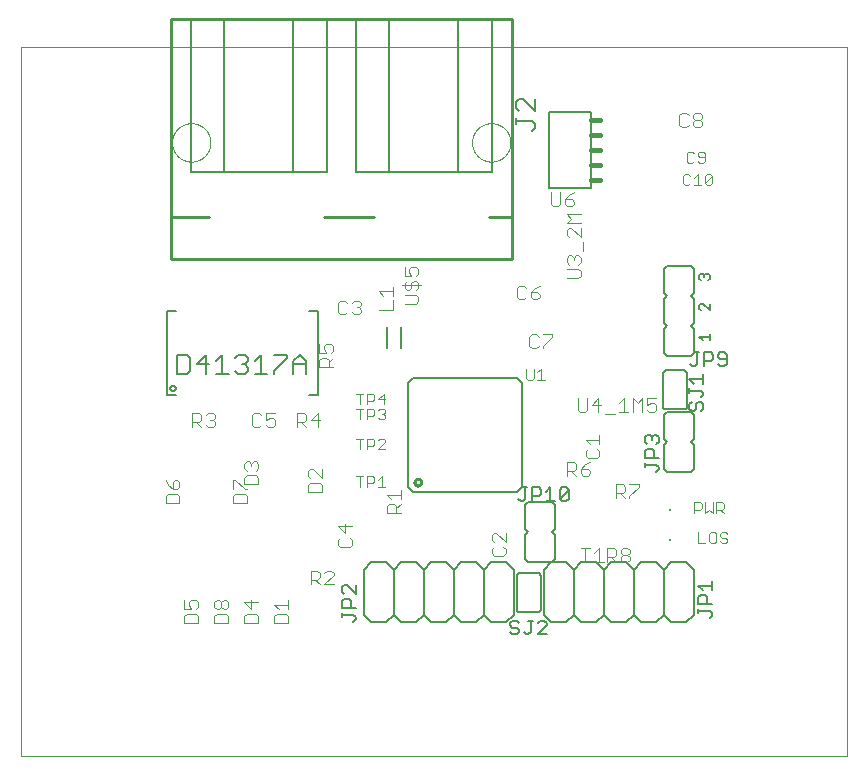
<source format=gto>
G75*
%MOIN*%
%OFA0B0*%
%FSLAX25Y25*%
%IPPOS*%
%LPD*%
%AMOC8*
5,1,8,0,0,1.08239X$1,22.5*
%
%ADD10C,0.00000*%
%ADD11C,0.00600*%
%ADD12C,0.00800*%
%ADD13C,0.01000*%
%ADD14C,0.00300*%
%ADD15C,0.00400*%
%ADD16C,0.00500*%
%ADD17C,0.01600*%
%ADD18R,0.00787X0.00787*%
D10*
X0001800Y0001800D02*
X0001800Y0238020D01*
X0277391Y0238020D01*
X0277391Y0001800D01*
X0001800Y0001800D01*
X0052270Y0206170D02*
X0052272Y0206330D01*
X0052278Y0206489D01*
X0052288Y0206648D01*
X0052302Y0206807D01*
X0052320Y0206966D01*
X0052341Y0207124D01*
X0052367Y0207281D01*
X0052397Y0207438D01*
X0052430Y0207594D01*
X0052468Y0207749D01*
X0052509Y0207903D01*
X0052554Y0208056D01*
X0052603Y0208208D01*
X0052656Y0208359D01*
X0052712Y0208508D01*
X0052773Y0208656D01*
X0052836Y0208802D01*
X0052904Y0208947D01*
X0052975Y0209090D01*
X0053049Y0209231D01*
X0053127Y0209370D01*
X0053209Y0209507D01*
X0053294Y0209642D01*
X0053382Y0209775D01*
X0053474Y0209906D01*
X0053568Y0210034D01*
X0053666Y0210160D01*
X0053767Y0210284D01*
X0053871Y0210405D01*
X0053978Y0210523D01*
X0054088Y0210639D01*
X0054201Y0210752D01*
X0054317Y0210862D01*
X0054435Y0210969D01*
X0054556Y0211073D01*
X0054680Y0211174D01*
X0054806Y0211272D01*
X0054934Y0211366D01*
X0055065Y0211458D01*
X0055198Y0211546D01*
X0055333Y0211631D01*
X0055470Y0211713D01*
X0055609Y0211791D01*
X0055750Y0211865D01*
X0055893Y0211936D01*
X0056038Y0212004D01*
X0056184Y0212067D01*
X0056332Y0212128D01*
X0056481Y0212184D01*
X0056632Y0212237D01*
X0056784Y0212286D01*
X0056937Y0212331D01*
X0057091Y0212372D01*
X0057246Y0212410D01*
X0057402Y0212443D01*
X0057559Y0212473D01*
X0057716Y0212499D01*
X0057874Y0212520D01*
X0058033Y0212538D01*
X0058192Y0212552D01*
X0058351Y0212562D01*
X0058510Y0212568D01*
X0058670Y0212570D01*
X0058830Y0212568D01*
X0058989Y0212562D01*
X0059148Y0212552D01*
X0059307Y0212538D01*
X0059466Y0212520D01*
X0059624Y0212499D01*
X0059781Y0212473D01*
X0059938Y0212443D01*
X0060094Y0212410D01*
X0060249Y0212372D01*
X0060403Y0212331D01*
X0060556Y0212286D01*
X0060708Y0212237D01*
X0060859Y0212184D01*
X0061008Y0212128D01*
X0061156Y0212067D01*
X0061302Y0212004D01*
X0061447Y0211936D01*
X0061590Y0211865D01*
X0061731Y0211791D01*
X0061870Y0211713D01*
X0062007Y0211631D01*
X0062142Y0211546D01*
X0062275Y0211458D01*
X0062406Y0211366D01*
X0062534Y0211272D01*
X0062660Y0211174D01*
X0062784Y0211073D01*
X0062905Y0210969D01*
X0063023Y0210862D01*
X0063139Y0210752D01*
X0063252Y0210639D01*
X0063362Y0210523D01*
X0063469Y0210405D01*
X0063573Y0210284D01*
X0063674Y0210160D01*
X0063772Y0210034D01*
X0063866Y0209906D01*
X0063958Y0209775D01*
X0064046Y0209642D01*
X0064131Y0209507D01*
X0064213Y0209370D01*
X0064291Y0209231D01*
X0064365Y0209090D01*
X0064436Y0208947D01*
X0064504Y0208802D01*
X0064567Y0208656D01*
X0064628Y0208508D01*
X0064684Y0208359D01*
X0064737Y0208208D01*
X0064786Y0208056D01*
X0064831Y0207903D01*
X0064872Y0207749D01*
X0064910Y0207594D01*
X0064943Y0207438D01*
X0064973Y0207281D01*
X0064999Y0207124D01*
X0065020Y0206966D01*
X0065038Y0206807D01*
X0065052Y0206648D01*
X0065062Y0206489D01*
X0065068Y0206330D01*
X0065070Y0206170D01*
X0065068Y0206010D01*
X0065062Y0205851D01*
X0065052Y0205692D01*
X0065038Y0205533D01*
X0065020Y0205374D01*
X0064999Y0205216D01*
X0064973Y0205059D01*
X0064943Y0204902D01*
X0064910Y0204746D01*
X0064872Y0204591D01*
X0064831Y0204437D01*
X0064786Y0204284D01*
X0064737Y0204132D01*
X0064684Y0203981D01*
X0064628Y0203832D01*
X0064567Y0203684D01*
X0064504Y0203538D01*
X0064436Y0203393D01*
X0064365Y0203250D01*
X0064291Y0203109D01*
X0064213Y0202970D01*
X0064131Y0202833D01*
X0064046Y0202698D01*
X0063958Y0202565D01*
X0063866Y0202434D01*
X0063772Y0202306D01*
X0063674Y0202180D01*
X0063573Y0202056D01*
X0063469Y0201935D01*
X0063362Y0201817D01*
X0063252Y0201701D01*
X0063139Y0201588D01*
X0063023Y0201478D01*
X0062905Y0201371D01*
X0062784Y0201267D01*
X0062660Y0201166D01*
X0062534Y0201068D01*
X0062406Y0200974D01*
X0062275Y0200882D01*
X0062142Y0200794D01*
X0062007Y0200709D01*
X0061870Y0200627D01*
X0061731Y0200549D01*
X0061590Y0200475D01*
X0061447Y0200404D01*
X0061302Y0200336D01*
X0061156Y0200273D01*
X0061008Y0200212D01*
X0060859Y0200156D01*
X0060708Y0200103D01*
X0060556Y0200054D01*
X0060403Y0200009D01*
X0060249Y0199968D01*
X0060094Y0199930D01*
X0059938Y0199897D01*
X0059781Y0199867D01*
X0059624Y0199841D01*
X0059466Y0199820D01*
X0059307Y0199802D01*
X0059148Y0199788D01*
X0058989Y0199778D01*
X0058830Y0199772D01*
X0058670Y0199770D01*
X0058510Y0199772D01*
X0058351Y0199778D01*
X0058192Y0199788D01*
X0058033Y0199802D01*
X0057874Y0199820D01*
X0057716Y0199841D01*
X0057559Y0199867D01*
X0057402Y0199897D01*
X0057246Y0199930D01*
X0057091Y0199968D01*
X0056937Y0200009D01*
X0056784Y0200054D01*
X0056632Y0200103D01*
X0056481Y0200156D01*
X0056332Y0200212D01*
X0056184Y0200273D01*
X0056038Y0200336D01*
X0055893Y0200404D01*
X0055750Y0200475D01*
X0055609Y0200549D01*
X0055470Y0200627D01*
X0055333Y0200709D01*
X0055198Y0200794D01*
X0055065Y0200882D01*
X0054934Y0200974D01*
X0054806Y0201068D01*
X0054680Y0201166D01*
X0054556Y0201267D01*
X0054435Y0201371D01*
X0054317Y0201478D01*
X0054201Y0201588D01*
X0054088Y0201701D01*
X0053978Y0201817D01*
X0053871Y0201935D01*
X0053767Y0202056D01*
X0053666Y0202180D01*
X0053568Y0202306D01*
X0053474Y0202434D01*
X0053382Y0202565D01*
X0053294Y0202698D01*
X0053209Y0202833D01*
X0053127Y0202970D01*
X0053049Y0203109D01*
X0052975Y0203250D01*
X0052904Y0203393D01*
X0052836Y0203538D01*
X0052773Y0203684D01*
X0052712Y0203832D01*
X0052656Y0203981D01*
X0052603Y0204132D01*
X0052554Y0204284D01*
X0052509Y0204437D01*
X0052468Y0204591D01*
X0052430Y0204746D01*
X0052397Y0204902D01*
X0052367Y0205059D01*
X0052341Y0205216D01*
X0052320Y0205374D01*
X0052302Y0205533D01*
X0052288Y0205692D01*
X0052278Y0205851D01*
X0052272Y0206010D01*
X0052270Y0206170D01*
X0152270Y0206170D02*
X0152272Y0206330D01*
X0152278Y0206489D01*
X0152288Y0206648D01*
X0152302Y0206807D01*
X0152320Y0206966D01*
X0152341Y0207124D01*
X0152367Y0207281D01*
X0152397Y0207438D01*
X0152430Y0207594D01*
X0152468Y0207749D01*
X0152509Y0207903D01*
X0152554Y0208056D01*
X0152603Y0208208D01*
X0152656Y0208359D01*
X0152712Y0208508D01*
X0152773Y0208656D01*
X0152836Y0208802D01*
X0152904Y0208947D01*
X0152975Y0209090D01*
X0153049Y0209231D01*
X0153127Y0209370D01*
X0153209Y0209507D01*
X0153294Y0209642D01*
X0153382Y0209775D01*
X0153474Y0209906D01*
X0153568Y0210034D01*
X0153666Y0210160D01*
X0153767Y0210284D01*
X0153871Y0210405D01*
X0153978Y0210523D01*
X0154088Y0210639D01*
X0154201Y0210752D01*
X0154317Y0210862D01*
X0154435Y0210969D01*
X0154556Y0211073D01*
X0154680Y0211174D01*
X0154806Y0211272D01*
X0154934Y0211366D01*
X0155065Y0211458D01*
X0155198Y0211546D01*
X0155333Y0211631D01*
X0155470Y0211713D01*
X0155609Y0211791D01*
X0155750Y0211865D01*
X0155893Y0211936D01*
X0156038Y0212004D01*
X0156184Y0212067D01*
X0156332Y0212128D01*
X0156481Y0212184D01*
X0156632Y0212237D01*
X0156784Y0212286D01*
X0156937Y0212331D01*
X0157091Y0212372D01*
X0157246Y0212410D01*
X0157402Y0212443D01*
X0157559Y0212473D01*
X0157716Y0212499D01*
X0157874Y0212520D01*
X0158033Y0212538D01*
X0158192Y0212552D01*
X0158351Y0212562D01*
X0158510Y0212568D01*
X0158670Y0212570D01*
X0158830Y0212568D01*
X0158989Y0212562D01*
X0159148Y0212552D01*
X0159307Y0212538D01*
X0159466Y0212520D01*
X0159624Y0212499D01*
X0159781Y0212473D01*
X0159938Y0212443D01*
X0160094Y0212410D01*
X0160249Y0212372D01*
X0160403Y0212331D01*
X0160556Y0212286D01*
X0160708Y0212237D01*
X0160859Y0212184D01*
X0161008Y0212128D01*
X0161156Y0212067D01*
X0161302Y0212004D01*
X0161447Y0211936D01*
X0161590Y0211865D01*
X0161731Y0211791D01*
X0161870Y0211713D01*
X0162007Y0211631D01*
X0162142Y0211546D01*
X0162275Y0211458D01*
X0162406Y0211366D01*
X0162534Y0211272D01*
X0162660Y0211174D01*
X0162784Y0211073D01*
X0162905Y0210969D01*
X0163023Y0210862D01*
X0163139Y0210752D01*
X0163252Y0210639D01*
X0163362Y0210523D01*
X0163469Y0210405D01*
X0163573Y0210284D01*
X0163674Y0210160D01*
X0163772Y0210034D01*
X0163866Y0209906D01*
X0163958Y0209775D01*
X0164046Y0209642D01*
X0164131Y0209507D01*
X0164213Y0209370D01*
X0164291Y0209231D01*
X0164365Y0209090D01*
X0164436Y0208947D01*
X0164504Y0208802D01*
X0164567Y0208656D01*
X0164628Y0208508D01*
X0164684Y0208359D01*
X0164737Y0208208D01*
X0164786Y0208056D01*
X0164831Y0207903D01*
X0164872Y0207749D01*
X0164910Y0207594D01*
X0164943Y0207438D01*
X0164973Y0207281D01*
X0164999Y0207124D01*
X0165020Y0206966D01*
X0165038Y0206807D01*
X0165052Y0206648D01*
X0165062Y0206489D01*
X0165068Y0206330D01*
X0165070Y0206170D01*
X0165068Y0206010D01*
X0165062Y0205851D01*
X0165052Y0205692D01*
X0165038Y0205533D01*
X0165020Y0205374D01*
X0164999Y0205216D01*
X0164973Y0205059D01*
X0164943Y0204902D01*
X0164910Y0204746D01*
X0164872Y0204591D01*
X0164831Y0204437D01*
X0164786Y0204284D01*
X0164737Y0204132D01*
X0164684Y0203981D01*
X0164628Y0203832D01*
X0164567Y0203684D01*
X0164504Y0203538D01*
X0164436Y0203393D01*
X0164365Y0203250D01*
X0164291Y0203109D01*
X0164213Y0202970D01*
X0164131Y0202833D01*
X0164046Y0202698D01*
X0163958Y0202565D01*
X0163866Y0202434D01*
X0163772Y0202306D01*
X0163674Y0202180D01*
X0163573Y0202056D01*
X0163469Y0201935D01*
X0163362Y0201817D01*
X0163252Y0201701D01*
X0163139Y0201588D01*
X0163023Y0201478D01*
X0162905Y0201371D01*
X0162784Y0201267D01*
X0162660Y0201166D01*
X0162534Y0201068D01*
X0162406Y0200974D01*
X0162275Y0200882D01*
X0162142Y0200794D01*
X0162007Y0200709D01*
X0161870Y0200627D01*
X0161731Y0200549D01*
X0161590Y0200475D01*
X0161447Y0200404D01*
X0161302Y0200336D01*
X0161156Y0200273D01*
X0161008Y0200212D01*
X0160859Y0200156D01*
X0160708Y0200103D01*
X0160556Y0200054D01*
X0160403Y0200009D01*
X0160249Y0199968D01*
X0160094Y0199930D01*
X0159938Y0199897D01*
X0159781Y0199867D01*
X0159624Y0199841D01*
X0159466Y0199820D01*
X0159307Y0199802D01*
X0159148Y0199788D01*
X0158989Y0199778D01*
X0158830Y0199772D01*
X0158670Y0199770D01*
X0158510Y0199772D01*
X0158351Y0199778D01*
X0158192Y0199788D01*
X0158033Y0199802D01*
X0157874Y0199820D01*
X0157716Y0199841D01*
X0157559Y0199867D01*
X0157402Y0199897D01*
X0157246Y0199930D01*
X0157091Y0199968D01*
X0156937Y0200009D01*
X0156784Y0200054D01*
X0156632Y0200103D01*
X0156481Y0200156D01*
X0156332Y0200212D01*
X0156184Y0200273D01*
X0156038Y0200336D01*
X0155893Y0200404D01*
X0155750Y0200475D01*
X0155609Y0200549D01*
X0155470Y0200627D01*
X0155333Y0200709D01*
X0155198Y0200794D01*
X0155065Y0200882D01*
X0154934Y0200974D01*
X0154806Y0201068D01*
X0154680Y0201166D01*
X0154556Y0201267D01*
X0154435Y0201371D01*
X0154317Y0201478D01*
X0154201Y0201588D01*
X0154088Y0201701D01*
X0153978Y0201817D01*
X0153871Y0201935D01*
X0153767Y0202056D01*
X0153666Y0202180D01*
X0153568Y0202306D01*
X0153474Y0202434D01*
X0153382Y0202565D01*
X0153294Y0202698D01*
X0153209Y0202833D01*
X0153127Y0202970D01*
X0153049Y0203109D01*
X0152975Y0203250D01*
X0152904Y0203393D01*
X0152836Y0203538D01*
X0152773Y0203684D01*
X0152712Y0203832D01*
X0152656Y0203981D01*
X0152603Y0204132D01*
X0152554Y0204284D01*
X0152509Y0204437D01*
X0152468Y0204591D01*
X0152430Y0204746D01*
X0152397Y0204902D01*
X0152367Y0205059D01*
X0152341Y0205216D01*
X0152320Y0205374D01*
X0152302Y0205533D01*
X0152288Y0205692D01*
X0152278Y0205851D01*
X0152272Y0206010D01*
X0152270Y0206170D01*
D11*
X0147670Y0196870D02*
X0147670Y0247170D01*
X0158870Y0246970D02*
X0158870Y0196370D01*
X0113470Y0196370D01*
X0113470Y0246970D01*
X0103870Y0246970D02*
X0103870Y0196370D01*
X0058470Y0196370D01*
X0058470Y0246970D01*
X0069670Y0247170D02*
X0069670Y0196970D01*
X0092670Y0196870D02*
X0092670Y0247170D01*
X0124670Y0247170D02*
X0124670Y0196970D01*
X0166965Y0212214D02*
X0166965Y0214349D01*
X0166965Y0213282D02*
X0172303Y0213282D01*
X0173370Y0212214D01*
X0173370Y0211147D01*
X0172303Y0210079D01*
X0173370Y0216525D02*
X0169100Y0220795D01*
X0168032Y0220795D01*
X0166965Y0219727D01*
X0166965Y0217592D01*
X0168032Y0216525D01*
X0173370Y0216525D02*
X0173370Y0220795D01*
X0217170Y0164920D02*
X0225170Y0164920D01*
X0226170Y0163920D01*
X0226170Y0155920D01*
X0225170Y0154920D01*
X0226170Y0153920D01*
X0226170Y0145920D01*
X0225170Y0144920D01*
X0226170Y0143920D01*
X0226170Y0135920D01*
X0225170Y0134920D01*
X0217170Y0134920D01*
X0216170Y0135920D01*
X0216170Y0143920D01*
X0217170Y0144920D01*
X0216170Y0145920D01*
X0216170Y0153920D01*
X0217170Y0154920D01*
X0216170Y0155920D01*
X0216170Y0163920D01*
X0217170Y0164920D01*
X0216920Y0130170D02*
X0222920Y0130170D01*
X0222980Y0130168D01*
X0223041Y0130163D01*
X0223100Y0130154D01*
X0223159Y0130141D01*
X0223218Y0130125D01*
X0223275Y0130105D01*
X0223330Y0130082D01*
X0223385Y0130055D01*
X0223437Y0130026D01*
X0223488Y0129993D01*
X0223537Y0129957D01*
X0223583Y0129919D01*
X0223627Y0129877D01*
X0223669Y0129833D01*
X0223707Y0129787D01*
X0223743Y0129738D01*
X0223776Y0129687D01*
X0223805Y0129635D01*
X0223832Y0129580D01*
X0223855Y0129525D01*
X0223875Y0129468D01*
X0223891Y0129409D01*
X0223904Y0129350D01*
X0223913Y0129291D01*
X0223918Y0129230D01*
X0223920Y0129170D01*
X0223920Y0118170D01*
X0223918Y0118110D01*
X0223913Y0118049D01*
X0223904Y0117990D01*
X0223891Y0117931D01*
X0223875Y0117872D01*
X0223855Y0117815D01*
X0223832Y0117760D01*
X0223805Y0117705D01*
X0223776Y0117653D01*
X0223743Y0117602D01*
X0223707Y0117553D01*
X0223669Y0117507D01*
X0223627Y0117463D01*
X0223583Y0117421D01*
X0223537Y0117383D01*
X0223488Y0117347D01*
X0223437Y0117314D01*
X0223385Y0117285D01*
X0223330Y0117258D01*
X0223275Y0117235D01*
X0223218Y0117215D01*
X0223159Y0117199D01*
X0223100Y0117186D01*
X0223041Y0117177D01*
X0222980Y0117172D01*
X0222920Y0117170D01*
X0216920Y0117170D01*
X0216860Y0117172D01*
X0216799Y0117177D01*
X0216740Y0117186D01*
X0216681Y0117199D01*
X0216622Y0117215D01*
X0216565Y0117235D01*
X0216510Y0117258D01*
X0216455Y0117285D01*
X0216403Y0117314D01*
X0216352Y0117347D01*
X0216303Y0117383D01*
X0216257Y0117421D01*
X0216213Y0117463D01*
X0216171Y0117507D01*
X0216133Y0117553D01*
X0216097Y0117602D01*
X0216064Y0117653D01*
X0216035Y0117705D01*
X0216008Y0117760D01*
X0215985Y0117815D01*
X0215965Y0117872D01*
X0215949Y0117931D01*
X0215936Y0117990D01*
X0215927Y0118049D01*
X0215922Y0118110D01*
X0215920Y0118170D01*
X0215920Y0129170D01*
X0215922Y0129230D01*
X0215927Y0129291D01*
X0215936Y0129350D01*
X0215949Y0129409D01*
X0215965Y0129468D01*
X0215985Y0129525D01*
X0216008Y0129580D01*
X0216035Y0129635D01*
X0216064Y0129687D01*
X0216097Y0129738D01*
X0216133Y0129787D01*
X0216171Y0129833D01*
X0216213Y0129877D01*
X0216257Y0129919D01*
X0216303Y0129957D01*
X0216352Y0129993D01*
X0216403Y0130026D01*
X0216455Y0130055D01*
X0216510Y0130082D01*
X0216565Y0130105D01*
X0216622Y0130125D01*
X0216681Y0130141D01*
X0216740Y0130154D01*
X0216799Y0130163D01*
X0216860Y0130168D01*
X0216920Y0130170D01*
X0217170Y0116170D02*
X0216170Y0115170D01*
X0216170Y0107170D01*
X0217170Y0106170D01*
X0216170Y0105170D01*
X0216170Y0097170D01*
X0217170Y0096170D01*
X0225170Y0096170D01*
X0226170Y0097170D01*
X0226170Y0105170D01*
X0225170Y0106170D01*
X0226170Y0107170D01*
X0226170Y0115170D01*
X0225170Y0116170D01*
X0217170Y0116170D01*
X0179920Y0085170D02*
X0178920Y0086170D01*
X0170920Y0086170D01*
X0169920Y0085170D01*
X0169920Y0077170D01*
X0170920Y0076170D01*
X0169920Y0075170D01*
X0169920Y0067170D01*
X0170920Y0066170D01*
X0178920Y0066170D01*
X0179920Y0067170D01*
X0179920Y0075170D01*
X0178920Y0076170D01*
X0179920Y0077170D01*
X0179920Y0085170D01*
X0178670Y0066170D02*
X0183670Y0066170D01*
X0186170Y0063670D01*
X0186170Y0048670D01*
X0188670Y0046170D01*
X0193670Y0046170D01*
X0196170Y0048670D01*
X0196170Y0063670D01*
X0198670Y0066170D01*
X0203670Y0066170D01*
X0206170Y0063670D01*
X0206170Y0048670D01*
X0208670Y0046170D01*
X0213670Y0046170D01*
X0216170Y0048670D01*
X0218670Y0046170D01*
X0223670Y0046170D01*
X0226170Y0048670D01*
X0226170Y0063670D01*
X0223670Y0066170D01*
X0218670Y0066170D01*
X0216170Y0063670D01*
X0216170Y0048670D01*
X0206170Y0048670D02*
X0203670Y0046170D01*
X0198670Y0046170D01*
X0196170Y0048670D01*
X0186170Y0048670D02*
X0183670Y0046170D01*
X0178670Y0046170D01*
X0176170Y0048670D01*
X0176170Y0063670D01*
X0178670Y0066170D01*
X0174170Y0062670D02*
X0168170Y0062670D01*
X0168110Y0062668D01*
X0168049Y0062663D01*
X0167990Y0062654D01*
X0167931Y0062641D01*
X0167872Y0062625D01*
X0167815Y0062605D01*
X0167760Y0062582D01*
X0167705Y0062555D01*
X0167653Y0062526D01*
X0167602Y0062493D01*
X0167553Y0062457D01*
X0167507Y0062419D01*
X0167463Y0062377D01*
X0167421Y0062333D01*
X0167383Y0062287D01*
X0167347Y0062238D01*
X0167314Y0062187D01*
X0167285Y0062135D01*
X0167258Y0062080D01*
X0167235Y0062025D01*
X0167215Y0061968D01*
X0167199Y0061909D01*
X0167186Y0061850D01*
X0167177Y0061791D01*
X0167172Y0061730D01*
X0167170Y0061670D01*
X0167170Y0050670D01*
X0167172Y0050610D01*
X0167177Y0050549D01*
X0167186Y0050490D01*
X0167199Y0050431D01*
X0167215Y0050372D01*
X0167235Y0050315D01*
X0167258Y0050260D01*
X0167285Y0050205D01*
X0167314Y0050153D01*
X0167347Y0050102D01*
X0167383Y0050053D01*
X0167421Y0050007D01*
X0167463Y0049963D01*
X0167507Y0049921D01*
X0167553Y0049883D01*
X0167602Y0049847D01*
X0167653Y0049814D01*
X0167705Y0049785D01*
X0167760Y0049758D01*
X0167815Y0049735D01*
X0167872Y0049715D01*
X0167931Y0049699D01*
X0167990Y0049686D01*
X0168049Y0049677D01*
X0168110Y0049672D01*
X0168170Y0049670D01*
X0174170Y0049670D01*
X0174230Y0049672D01*
X0174291Y0049677D01*
X0174350Y0049686D01*
X0174409Y0049699D01*
X0174468Y0049715D01*
X0174525Y0049735D01*
X0174580Y0049758D01*
X0174635Y0049785D01*
X0174687Y0049814D01*
X0174738Y0049847D01*
X0174787Y0049883D01*
X0174833Y0049921D01*
X0174877Y0049963D01*
X0174919Y0050007D01*
X0174957Y0050053D01*
X0174993Y0050102D01*
X0175026Y0050153D01*
X0175055Y0050205D01*
X0175082Y0050260D01*
X0175105Y0050315D01*
X0175125Y0050372D01*
X0175141Y0050431D01*
X0175154Y0050490D01*
X0175163Y0050549D01*
X0175168Y0050610D01*
X0175170Y0050670D01*
X0175170Y0061670D01*
X0175168Y0061730D01*
X0175163Y0061791D01*
X0175154Y0061850D01*
X0175141Y0061909D01*
X0175125Y0061968D01*
X0175105Y0062025D01*
X0175082Y0062080D01*
X0175055Y0062135D01*
X0175026Y0062187D01*
X0174993Y0062238D01*
X0174957Y0062287D01*
X0174919Y0062333D01*
X0174877Y0062377D01*
X0174833Y0062419D01*
X0174787Y0062457D01*
X0174738Y0062493D01*
X0174687Y0062526D01*
X0174635Y0062555D01*
X0174580Y0062582D01*
X0174525Y0062605D01*
X0174468Y0062625D01*
X0174409Y0062641D01*
X0174350Y0062654D01*
X0174291Y0062663D01*
X0174230Y0062668D01*
X0174170Y0062670D01*
X0166170Y0063670D02*
X0166170Y0048670D01*
X0163670Y0046170D01*
X0158670Y0046170D01*
X0156170Y0048670D01*
X0156170Y0063670D01*
X0158670Y0066170D01*
X0163670Y0066170D01*
X0166170Y0063670D01*
X0156170Y0063670D02*
X0153670Y0066170D01*
X0148670Y0066170D01*
X0146170Y0063670D01*
X0146170Y0048670D01*
X0148670Y0046170D01*
X0153670Y0046170D01*
X0156170Y0048670D01*
X0146170Y0048670D02*
X0143670Y0046170D01*
X0138670Y0046170D01*
X0136170Y0048670D01*
X0136170Y0063670D01*
X0138670Y0066170D01*
X0143670Y0066170D01*
X0146170Y0063670D01*
X0136170Y0063670D02*
X0133670Y0066170D01*
X0128670Y0066170D01*
X0126170Y0063670D01*
X0126170Y0048670D01*
X0128670Y0046170D01*
X0133670Y0046170D01*
X0136170Y0048670D01*
X0126170Y0048670D02*
X0123670Y0046170D01*
X0118670Y0046170D01*
X0116170Y0048670D01*
X0116170Y0063670D01*
X0118670Y0066170D01*
X0123670Y0066170D01*
X0126170Y0063670D01*
X0186170Y0063670D02*
X0188670Y0066170D01*
X0193670Y0066170D01*
X0196170Y0063670D01*
X0206170Y0063670D02*
X0208670Y0066170D01*
X0213670Y0066170D01*
X0216170Y0063670D01*
X0096913Y0128970D02*
X0096913Y0133240D01*
X0094778Y0135376D01*
X0092643Y0133240D01*
X0092643Y0128970D01*
X0092643Y0132173D02*
X0096913Y0132173D01*
X0090468Y0134308D02*
X0086198Y0130038D01*
X0086198Y0128970D01*
X0084022Y0128970D02*
X0079752Y0128970D01*
X0081887Y0128970D02*
X0081887Y0135376D01*
X0079752Y0133240D01*
X0077577Y0133240D02*
X0077577Y0134308D01*
X0076509Y0135376D01*
X0074374Y0135376D01*
X0073307Y0134308D01*
X0075442Y0132173D02*
X0076509Y0132173D01*
X0077577Y0131105D01*
X0077577Y0130038D01*
X0076509Y0128970D01*
X0074374Y0128970D01*
X0073307Y0130038D01*
X0071131Y0128970D02*
X0066861Y0128970D01*
X0068996Y0128970D02*
X0068996Y0135376D01*
X0066861Y0133240D01*
X0064686Y0132173D02*
X0060416Y0132173D01*
X0063618Y0135376D01*
X0063618Y0128970D01*
X0058240Y0130038D02*
X0057173Y0128970D01*
X0053970Y0128970D01*
X0053970Y0135376D01*
X0057173Y0135376D01*
X0058240Y0134308D01*
X0058240Y0130038D01*
X0076509Y0132173D02*
X0077577Y0133240D01*
X0086198Y0135376D02*
X0090468Y0135376D01*
X0090468Y0134308D01*
D12*
X0123808Y0137627D02*
X0123808Y0144713D01*
X0128532Y0144713D02*
X0128532Y0137627D01*
X0132597Y0127568D02*
X0167243Y0127568D01*
X0168818Y0125993D01*
X0168818Y0091347D01*
X0167243Y0089772D01*
X0132597Y0089772D01*
X0131022Y0091347D01*
X0131022Y0125993D01*
X0132597Y0127568D01*
D13*
X0133059Y0092922D02*
X0133061Y0092989D01*
X0133067Y0093055D01*
X0133077Y0093121D01*
X0133091Y0093186D01*
X0133108Y0093250D01*
X0133130Y0093313D01*
X0133155Y0093375D01*
X0133184Y0093435D01*
X0133217Y0093493D01*
X0133252Y0093549D01*
X0133292Y0093603D01*
X0133334Y0093654D01*
X0133379Y0093703D01*
X0133427Y0093749D01*
X0133478Y0093792D01*
X0133531Y0093832D01*
X0133587Y0093869D01*
X0133645Y0093902D01*
X0133704Y0093932D01*
X0133765Y0093958D01*
X0133828Y0093981D01*
X0133892Y0093999D01*
X0133957Y0094014D01*
X0134023Y0094025D01*
X0134089Y0094032D01*
X0134155Y0094035D01*
X0134222Y0094034D01*
X0134288Y0094029D01*
X0134354Y0094020D01*
X0134420Y0094007D01*
X0134484Y0093990D01*
X0134547Y0093970D01*
X0134609Y0093945D01*
X0134670Y0093917D01*
X0134729Y0093886D01*
X0134785Y0093851D01*
X0134840Y0093813D01*
X0134892Y0093771D01*
X0134941Y0093726D01*
X0134988Y0093679D01*
X0135032Y0093629D01*
X0135072Y0093576D01*
X0135110Y0093521D01*
X0135144Y0093464D01*
X0135175Y0093405D01*
X0135202Y0093344D01*
X0135225Y0093282D01*
X0135245Y0093218D01*
X0135261Y0093153D01*
X0135273Y0093088D01*
X0135281Y0093022D01*
X0135285Y0092955D01*
X0135285Y0092889D01*
X0135281Y0092822D01*
X0135273Y0092756D01*
X0135261Y0092691D01*
X0135245Y0092626D01*
X0135225Y0092562D01*
X0135202Y0092500D01*
X0135175Y0092439D01*
X0135144Y0092380D01*
X0135110Y0092323D01*
X0135072Y0092268D01*
X0135032Y0092215D01*
X0134988Y0092165D01*
X0134941Y0092118D01*
X0134892Y0092073D01*
X0134840Y0092031D01*
X0134785Y0091993D01*
X0134728Y0091958D01*
X0134670Y0091927D01*
X0134609Y0091899D01*
X0134547Y0091874D01*
X0134484Y0091854D01*
X0134420Y0091837D01*
X0134354Y0091824D01*
X0134288Y0091815D01*
X0134222Y0091810D01*
X0134155Y0091809D01*
X0134089Y0091812D01*
X0134023Y0091819D01*
X0133957Y0091830D01*
X0133892Y0091845D01*
X0133828Y0091863D01*
X0133765Y0091886D01*
X0133704Y0091912D01*
X0133645Y0091942D01*
X0133587Y0091975D01*
X0133531Y0092012D01*
X0133478Y0092052D01*
X0133427Y0092095D01*
X0133379Y0092141D01*
X0133334Y0092190D01*
X0133292Y0092241D01*
X0133252Y0092295D01*
X0133217Y0092351D01*
X0133184Y0092409D01*
X0133155Y0092469D01*
X0133130Y0092531D01*
X0133108Y0092594D01*
X0133091Y0092658D01*
X0133077Y0092723D01*
X0133067Y0092789D01*
X0133061Y0092855D01*
X0133059Y0092922D01*
X0165470Y0167170D02*
X0051870Y0167170D01*
X0051870Y0181170D01*
X0064670Y0181170D01*
X0051870Y0181170D02*
X0051870Y0247170D01*
X0069670Y0247170D01*
X0092670Y0247170D01*
X0124670Y0247170D01*
X0147670Y0247170D01*
X0165470Y0247170D01*
X0165470Y0181170D01*
X0157870Y0181170D01*
X0165470Y0181170D02*
X0165470Y0167170D01*
X0119670Y0181170D02*
X0110470Y0181170D01*
X0102870Y0181170D01*
X0106170Y0181170D02*
X0110470Y0181170D01*
D14*
X0170320Y0130773D02*
X0170320Y0127687D01*
X0170937Y0127070D01*
X0172172Y0127070D01*
X0172789Y0127687D01*
X0172789Y0130773D01*
X0174003Y0129539D02*
X0175238Y0130773D01*
X0175238Y0127070D01*
X0176472Y0127070D02*
X0174003Y0127070D01*
X0226320Y0086273D02*
X0226320Y0082570D01*
X0226320Y0083804D02*
X0228172Y0083804D01*
X0228789Y0084422D01*
X0228789Y0085656D01*
X0228172Y0086273D01*
X0226320Y0086273D01*
X0230003Y0086273D02*
X0230003Y0082570D01*
X0231238Y0083804D01*
X0232472Y0082570D01*
X0232472Y0086273D01*
X0233686Y0086273D02*
X0235538Y0086273D01*
X0236155Y0085656D01*
X0236155Y0084422D01*
X0235538Y0083804D01*
X0233686Y0083804D01*
X0233686Y0082570D02*
X0233686Y0086273D01*
X0234921Y0083804D02*
X0236155Y0082570D01*
X0235554Y0076273D02*
X0234936Y0075656D01*
X0234936Y0075039D01*
X0235554Y0074422D01*
X0236788Y0074422D01*
X0237405Y0073804D01*
X0237405Y0073187D01*
X0236788Y0072570D01*
X0235554Y0072570D01*
X0234936Y0073187D01*
X0233722Y0073187D02*
X0233722Y0075656D01*
X0233105Y0076273D01*
X0231870Y0076273D01*
X0231253Y0075656D01*
X0231253Y0073187D01*
X0231870Y0072570D01*
X0233105Y0072570D01*
X0233722Y0073187D01*
X0235554Y0076273D02*
X0236788Y0076273D01*
X0237405Y0075656D01*
X0230039Y0072570D02*
X0227570Y0072570D01*
X0227570Y0076273D01*
X0227438Y0191901D02*
X0227438Y0195604D01*
X0226204Y0194370D01*
X0224990Y0194987D02*
X0224372Y0195604D01*
X0223138Y0195604D01*
X0222521Y0194987D01*
X0222521Y0192518D01*
X0223138Y0191901D01*
X0224372Y0191901D01*
X0224990Y0192518D01*
X0226204Y0191901D02*
X0228673Y0191901D01*
X0229887Y0192518D02*
X0229887Y0194987D01*
X0230504Y0195604D01*
X0231739Y0195604D01*
X0232356Y0194987D01*
X0229887Y0192518D01*
X0230504Y0191901D01*
X0231739Y0191901D01*
X0232356Y0192518D01*
X0232356Y0194987D01*
X0229306Y0199401D02*
X0228071Y0199401D01*
X0227454Y0200018D01*
X0226240Y0200018D02*
X0225622Y0199401D01*
X0224388Y0199401D01*
X0223771Y0200018D01*
X0223771Y0202487D01*
X0224388Y0203104D01*
X0225622Y0203104D01*
X0226240Y0202487D01*
X0227454Y0202487D02*
X0227454Y0201870D01*
X0228071Y0201252D01*
X0229923Y0201252D01*
X0229923Y0200018D02*
X0229923Y0202487D01*
X0229306Y0203104D01*
X0228071Y0203104D01*
X0227454Y0202487D01*
X0229923Y0200018D02*
X0229306Y0199401D01*
D15*
X0228276Y0211370D02*
X0226741Y0211370D01*
X0225974Y0212137D01*
X0225974Y0212905D01*
X0226741Y0213672D01*
X0228276Y0213672D01*
X0229043Y0212905D01*
X0229043Y0212137D01*
X0228276Y0211370D01*
X0228276Y0213672D02*
X0229043Y0214439D01*
X0229043Y0215207D01*
X0228276Y0215974D01*
X0226741Y0215974D01*
X0225974Y0215207D01*
X0225974Y0214439D01*
X0226741Y0213672D01*
X0224439Y0212137D02*
X0223672Y0211370D01*
X0222137Y0211370D01*
X0221370Y0212137D01*
X0221370Y0215207D01*
X0222137Y0215974D01*
X0223672Y0215974D01*
X0224439Y0215207D01*
X0188470Y0182335D02*
X0183866Y0182335D01*
X0185401Y0180801D01*
X0183866Y0179266D01*
X0188470Y0179266D01*
X0188470Y0177731D02*
X0188470Y0174662D01*
X0185401Y0177731D01*
X0184633Y0177731D01*
X0183866Y0176964D01*
X0183866Y0175429D01*
X0184633Y0174662D01*
X0189237Y0173128D02*
X0189237Y0170058D01*
X0187703Y0168524D02*
X0186935Y0168524D01*
X0186168Y0167756D01*
X0186168Y0166989D01*
X0186168Y0167756D02*
X0185401Y0168524D01*
X0184633Y0168524D01*
X0183866Y0167756D01*
X0183866Y0166222D01*
X0184633Y0165454D01*
X0183866Y0163920D02*
X0187703Y0163920D01*
X0188470Y0163152D01*
X0188470Y0161618D01*
X0187703Y0160850D01*
X0183866Y0160850D01*
X0187703Y0165454D02*
X0188470Y0166222D01*
X0188470Y0167756D01*
X0187703Y0168524D01*
X0174835Y0158474D02*
X0173301Y0157707D01*
X0171766Y0156172D01*
X0174068Y0156172D01*
X0174835Y0155405D01*
X0174835Y0154637D01*
X0174068Y0153870D01*
X0172533Y0153870D01*
X0171766Y0154637D01*
X0171766Y0156172D01*
X0170231Y0154637D02*
X0169464Y0153870D01*
X0167930Y0153870D01*
X0167162Y0154637D01*
X0167162Y0157707D01*
X0167930Y0158474D01*
X0169464Y0158474D01*
X0170231Y0157707D01*
X0172137Y0142224D02*
X0171370Y0141457D01*
X0171370Y0138387D01*
X0172137Y0137620D01*
X0173672Y0137620D01*
X0174439Y0138387D01*
X0175974Y0138387D02*
X0175974Y0137620D01*
X0175974Y0138387D02*
X0179043Y0141457D01*
X0179043Y0142224D01*
X0175974Y0142224D01*
X0174439Y0141457D02*
X0173672Y0142224D01*
X0172137Y0142224D01*
X0187496Y0120974D02*
X0187496Y0117137D01*
X0188264Y0116370D01*
X0189798Y0116370D01*
X0190566Y0117137D01*
X0190566Y0120974D01*
X0192100Y0118672D02*
X0195170Y0118672D01*
X0194402Y0116370D02*
X0194402Y0120974D01*
X0192100Y0118672D01*
X0196704Y0115603D02*
X0199774Y0115603D01*
X0201308Y0116370D02*
X0204378Y0116370D01*
X0205912Y0116370D02*
X0205912Y0120974D01*
X0207447Y0119439D01*
X0208981Y0120974D01*
X0208981Y0116370D01*
X0210516Y0117137D02*
X0211283Y0116370D01*
X0212818Y0116370D01*
X0213585Y0117137D01*
X0213585Y0118672D01*
X0212818Y0119439D01*
X0212051Y0119439D01*
X0210516Y0118672D01*
X0210516Y0120974D01*
X0213585Y0120974D01*
X0202843Y0120974D02*
X0202843Y0116370D01*
X0201308Y0119439D02*
X0202843Y0120974D01*
X0194720Y0108585D02*
X0194720Y0105516D01*
X0194720Y0107051D02*
X0190116Y0107051D01*
X0191651Y0105516D01*
X0190883Y0103981D02*
X0190116Y0103214D01*
X0190116Y0101680D01*
X0190883Y0100912D01*
X0193953Y0100912D01*
X0194720Y0101680D01*
X0194720Y0103214D01*
X0193953Y0103981D01*
X0191543Y0099724D02*
X0190009Y0098957D01*
X0188474Y0097422D01*
X0190776Y0097422D01*
X0191543Y0096655D01*
X0191543Y0095887D01*
X0190776Y0095120D01*
X0189241Y0095120D01*
X0188474Y0095887D01*
X0188474Y0097422D01*
X0186939Y0097422D02*
X0186172Y0096655D01*
X0183870Y0096655D01*
X0185405Y0096655D02*
X0186939Y0095120D01*
X0186939Y0097422D02*
X0186939Y0098957D01*
X0186172Y0099724D01*
X0183870Y0099724D01*
X0183870Y0095120D01*
X0200120Y0092224D02*
X0200120Y0087620D01*
X0200120Y0089155D02*
X0202422Y0089155D01*
X0203189Y0089922D01*
X0203189Y0091457D01*
X0202422Y0092224D01*
X0200120Y0092224D01*
X0201655Y0089155D02*
X0203189Y0087620D01*
X0204724Y0087620D02*
X0204724Y0088387D01*
X0207793Y0091457D01*
X0207793Y0092224D01*
X0204724Y0092224D01*
X0204068Y0070974D02*
X0202533Y0070974D01*
X0201766Y0070207D01*
X0201766Y0069439D01*
X0202533Y0068672D01*
X0204068Y0068672D01*
X0204835Y0067905D01*
X0204835Y0067137D01*
X0204068Y0066370D01*
X0202533Y0066370D01*
X0201766Y0067137D01*
X0201766Y0067905D01*
X0202533Y0068672D01*
X0204068Y0068672D02*
X0204835Y0069439D01*
X0204835Y0070207D01*
X0204068Y0070974D01*
X0200231Y0070207D02*
X0200231Y0068672D01*
X0199464Y0067905D01*
X0197162Y0067905D01*
X0198697Y0067905D02*
X0200231Y0066370D01*
X0197162Y0066370D02*
X0197162Y0070974D01*
X0199464Y0070974D01*
X0200231Y0070207D01*
X0196085Y0066370D02*
X0193016Y0066370D01*
X0194551Y0066370D02*
X0194551Y0070974D01*
X0193016Y0069439D01*
X0191481Y0070974D02*
X0188412Y0070974D01*
X0189947Y0070974D02*
X0189947Y0066370D01*
X0163470Y0069180D02*
X0163470Y0070714D01*
X0162703Y0071481D01*
X0163470Y0073016D02*
X0160401Y0076085D01*
X0159633Y0076085D01*
X0158866Y0075318D01*
X0158866Y0073783D01*
X0159633Y0073016D01*
X0159633Y0071481D02*
X0158866Y0070714D01*
X0158866Y0069180D01*
X0159633Y0068412D01*
X0162703Y0068412D01*
X0163470Y0069180D01*
X0163470Y0073016D02*
X0163470Y0076085D01*
X0128470Y0082620D02*
X0123866Y0082620D01*
X0123866Y0084922D01*
X0124633Y0085689D01*
X0126168Y0085689D01*
X0126935Y0084922D01*
X0126935Y0082620D01*
X0126935Y0084155D02*
X0128470Y0085689D01*
X0128470Y0087224D02*
X0128470Y0090293D01*
X0128470Y0088759D02*
X0123866Y0088759D01*
X0125401Y0087224D01*
X0123388Y0091370D02*
X0120986Y0091370D01*
X0122187Y0091370D02*
X0122187Y0094973D01*
X0120986Y0093772D01*
X0119705Y0093172D02*
X0119105Y0092571D01*
X0117303Y0092571D01*
X0117303Y0091370D02*
X0117303Y0094973D01*
X0119105Y0094973D01*
X0119705Y0094373D01*
X0119705Y0093172D01*
X0116022Y0094973D02*
X0113620Y0094973D01*
X0114821Y0094973D02*
X0114821Y0091370D01*
X0114821Y0103870D02*
X0114821Y0107473D01*
X0113620Y0107473D02*
X0116022Y0107473D01*
X0117303Y0107473D02*
X0119105Y0107473D01*
X0119705Y0106873D01*
X0119705Y0105672D01*
X0119105Y0105071D01*
X0117303Y0105071D01*
X0117303Y0103870D02*
X0117303Y0107473D01*
X0120986Y0106873D02*
X0121587Y0107473D01*
X0122788Y0107473D01*
X0123388Y0106873D01*
X0123388Y0106272D01*
X0120986Y0103870D01*
X0123388Y0103870D01*
X0122788Y0113870D02*
X0121587Y0113870D01*
X0120986Y0114471D01*
X0122187Y0115672D02*
X0122788Y0115672D01*
X0123388Y0115071D01*
X0123388Y0114471D01*
X0122788Y0113870D01*
X0122788Y0115672D02*
X0123388Y0116272D01*
X0123388Y0116873D01*
X0122788Y0117473D01*
X0121587Y0117473D01*
X0120986Y0116873D01*
X0119705Y0116873D02*
X0119105Y0117473D01*
X0117303Y0117473D01*
X0117303Y0113870D01*
X0117303Y0115071D02*
X0119105Y0115071D01*
X0119705Y0115672D01*
X0119705Y0116873D01*
X0117303Y0118870D02*
X0117303Y0122473D01*
X0119105Y0122473D01*
X0119705Y0121873D01*
X0119705Y0120672D01*
X0119105Y0120071D01*
X0117303Y0120071D01*
X0116022Y0122473D02*
X0113620Y0122473D01*
X0114821Y0122473D02*
X0114821Y0118870D01*
X0114821Y0117473D02*
X0114821Y0113870D01*
X0113620Y0117473D02*
X0116022Y0117473D01*
X0120986Y0120672D02*
X0122788Y0122473D01*
X0122788Y0118870D01*
X0123388Y0120672D02*
X0120986Y0120672D01*
X0105970Y0131370D02*
X0101366Y0131370D01*
X0101366Y0133672D01*
X0102133Y0134439D01*
X0103668Y0134439D01*
X0104435Y0133672D01*
X0104435Y0131370D01*
X0104435Y0132905D02*
X0105970Y0134439D01*
X0105203Y0135974D02*
X0105970Y0136741D01*
X0105970Y0138276D01*
X0105203Y0139043D01*
X0103668Y0139043D01*
X0102901Y0138276D01*
X0102901Y0137509D01*
X0103668Y0135974D01*
X0101366Y0135974D01*
X0101366Y0139043D01*
X0108387Y0148870D02*
X0109922Y0148870D01*
X0110689Y0149637D01*
X0112224Y0149637D02*
X0112991Y0148870D01*
X0114526Y0148870D01*
X0115293Y0149637D01*
X0115293Y0150405D01*
X0114526Y0151172D01*
X0113759Y0151172D01*
X0114526Y0151172D02*
X0115293Y0151939D01*
X0115293Y0152707D01*
X0114526Y0153474D01*
X0112991Y0153474D01*
X0112224Y0152707D01*
X0110689Y0152707D02*
X0109922Y0153474D01*
X0108387Y0153474D01*
X0107620Y0152707D01*
X0107620Y0149637D01*
X0108387Y0148870D01*
X0121191Y0150433D02*
X0125795Y0150433D01*
X0125795Y0153502D01*
X0125795Y0155037D02*
X0125795Y0158106D01*
X0125795Y0156572D02*
X0121191Y0156572D01*
X0122726Y0155037D01*
X0129762Y0155453D02*
X0133598Y0155453D01*
X0134366Y0154686D01*
X0134366Y0153151D01*
X0133598Y0152384D01*
X0129762Y0152384D01*
X0130529Y0156988D02*
X0129762Y0157755D01*
X0129762Y0159290D01*
X0130529Y0160057D01*
X0129762Y0161592D02*
X0132064Y0161592D01*
X0131296Y0163126D01*
X0131296Y0163894D01*
X0132064Y0164661D01*
X0133598Y0164661D01*
X0134366Y0163894D01*
X0134366Y0162359D01*
X0133598Y0161592D01*
X0133598Y0160057D02*
X0132831Y0160057D01*
X0132064Y0159290D01*
X0132064Y0157755D01*
X0131296Y0156988D01*
X0130529Y0156988D01*
X0128995Y0158522D02*
X0135133Y0158522D01*
X0134366Y0157755D02*
X0134366Y0159290D01*
X0133598Y0160057D01*
X0134366Y0157755D02*
X0133598Y0156988D01*
X0129762Y0161592D02*
X0129762Y0164661D01*
X0178599Y0185687D02*
X0179367Y0184920D01*
X0180901Y0184920D01*
X0181669Y0185687D01*
X0181669Y0189524D01*
X0183203Y0187222D02*
X0185505Y0187222D01*
X0186272Y0186455D01*
X0186272Y0185687D01*
X0185505Y0184920D01*
X0183970Y0184920D01*
X0183203Y0185687D01*
X0183203Y0187222D01*
X0184738Y0188757D01*
X0186272Y0189524D01*
X0178599Y0189524D02*
X0178599Y0185687D01*
X0100776Y0115974D02*
X0098474Y0113672D01*
X0101543Y0113672D01*
X0100776Y0111370D02*
X0100776Y0115974D01*
X0096939Y0115207D02*
X0096939Y0113672D01*
X0096172Y0112905D01*
X0093870Y0112905D01*
X0095405Y0112905D02*
X0096939Y0111370D01*
X0093870Y0111370D02*
X0093870Y0115974D01*
X0096172Y0115974D01*
X0096939Y0115207D01*
X0086543Y0115974D02*
X0083474Y0115974D01*
X0083474Y0113672D01*
X0085009Y0114439D01*
X0085776Y0114439D01*
X0086543Y0113672D01*
X0086543Y0112137D01*
X0085776Y0111370D01*
X0084241Y0111370D01*
X0083474Y0112137D01*
X0081939Y0112137D02*
X0081172Y0111370D01*
X0079637Y0111370D01*
X0078870Y0112137D01*
X0078870Y0115207D01*
X0079637Y0115974D01*
X0081172Y0115974D01*
X0081939Y0115207D01*
X0066543Y0115207D02*
X0066543Y0114439D01*
X0065776Y0113672D01*
X0066543Y0112905D01*
X0066543Y0112137D01*
X0065776Y0111370D01*
X0064241Y0111370D01*
X0063474Y0112137D01*
X0061939Y0111370D02*
X0060405Y0112905D01*
X0061172Y0112905D02*
X0058870Y0112905D01*
X0058870Y0111370D02*
X0058870Y0115974D01*
X0061172Y0115974D01*
X0061939Y0115207D01*
X0061939Y0113672D01*
X0061172Y0112905D01*
X0063474Y0115207D02*
X0064241Y0115974D01*
X0065776Y0115974D01*
X0066543Y0115207D01*
X0065776Y0113672D02*
X0065009Y0113672D01*
X0077133Y0099835D02*
X0077901Y0099835D01*
X0078668Y0099068D01*
X0079435Y0099835D01*
X0080203Y0099835D01*
X0080970Y0099068D01*
X0080970Y0097533D01*
X0080203Y0096766D01*
X0080203Y0095231D02*
X0077133Y0095231D01*
X0076366Y0094464D01*
X0076366Y0092162D01*
X0080970Y0092162D01*
X0080970Y0094464D01*
X0080203Y0095231D01*
X0077133Y0096766D02*
X0076366Y0097533D01*
X0076366Y0099068D01*
X0077133Y0099835D01*
X0078668Y0099068D02*
X0078668Y0098301D01*
X0073383Y0093585D02*
X0076453Y0090516D01*
X0077220Y0090516D01*
X0076453Y0088981D02*
X0073383Y0088981D01*
X0072616Y0088214D01*
X0072616Y0085912D01*
X0077220Y0085912D01*
X0077220Y0088214D01*
X0076453Y0088981D01*
X0072616Y0090516D02*
X0072616Y0093585D01*
X0073383Y0093585D01*
X0054720Y0092818D02*
X0054720Y0091283D01*
X0053953Y0090516D01*
X0052418Y0090516D01*
X0052418Y0092818D01*
X0053185Y0093585D01*
X0053953Y0093585D01*
X0054720Y0092818D01*
X0052418Y0090516D02*
X0050883Y0092051D01*
X0050116Y0093585D01*
X0050883Y0088981D02*
X0050116Y0088214D01*
X0050116Y0085912D01*
X0054720Y0085912D01*
X0054720Y0088214D01*
X0053953Y0088981D01*
X0050883Y0088981D01*
X0056366Y0053585D02*
X0056366Y0050516D01*
X0058668Y0050516D01*
X0057901Y0052051D01*
X0057901Y0052818D01*
X0058668Y0053585D01*
X0060203Y0053585D01*
X0060970Y0052818D01*
X0060970Y0051283D01*
X0060203Y0050516D01*
X0060203Y0048981D02*
X0057133Y0048981D01*
X0056366Y0048214D01*
X0056366Y0045912D01*
X0060970Y0045912D01*
X0060970Y0048214D01*
X0060203Y0048981D01*
X0066366Y0048214D02*
X0066366Y0045912D01*
X0070970Y0045912D01*
X0070970Y0048214D01*
X0070203Y0048981D01*
X0067133Y0048981D01*
X0066366Y0048214D01*
X0067133Y0050516D02*
X0066366Y0051283D01*
X0066366Y0052818D01*
X0067133Y0053585D01*
X0067901Y0053585D01*
X0068668Y0052818D01*
X0068668Y0051283D01*
X0067901Y0050516D01*
X0067133Y0050516D01*
X0068668Y0051283D02*
X0069435Y0050516D01*
X0070203Y0050516D01*
X0070970Y0051283D01*
X0070970Y0052818D01*
X0070203Y0053585D01*
X0069435Y0053585D01*
X0068668Y0052818D01*
X0076366Y0052818D02*
X0078668Y0050516D01*
X0078668Y0053585D01*
X0080970Y0052818D02*
X0076366Y0052818D01*
X0077133Y0048981D02*
X0076366Y0048214D01*
X0076366Y0045912D01*
X0080970Y0045912D01*
X0080970Y0048214D01*
X0080203Y0048981D01*
X0077133Y0048981D01*
X0086366Y0048214D02*
X0086366Y0045912D01*
X0090970Y0045912D01*
X0090970Y0048214D01*
X0090203Y0048981D01*
X0087133Y0048981D01*
X0086366Y0048214D01*
X0087901Y0050516D02*
X0086366Y0052051D01*
X0090970Y0052051D01*
X0090970Y0053585D02*
X0090970Y0050516D01*
X0098412Y0058870D02*
X0098412Y0063474D01*
X0100714Y0063474D01*
X0101481Y0062707D01*
X0101481Y0061172D01*
X0100714Y0060405D01*
X0098412Y0060405D01*
X0099947Y0060405D02*
X0101481Y0058870D01*
X0103016Y0058870D02*
X0106085Y0061939D01*
X0106085Y0062707D01*
X0105318Y0063474D01*
X0103783Y0063474D01*
X0103016Y0062707D01*
X0103016Y0058870D02*
X0106085Y0058870D01*
X0108383Y0071370D02*
X0111453Y0071370D01*
X0112220Y0072137D01*
X0112220Y0073672D01*
X0111453Y0074439D01*
X0109918Y0075974D02*
X0109918Y0079043D01*
X0107616Y0078276D02*
X0109918Y0075974D01*
X0108383Y0074439D02*
X0107616Y0073672D01*
X0107616Y0072137D01*
X0108383Y0071370D01*
X0107616Y0078276D02*
X0112220Y0078276D01*
X0102220Y0089662D02*
X0102220Y0091964D01*
X0101453Y0092731D01*
X0098383Y0092731D01*
X0097616Y0091964D01*
X0097616Y0089662D01*
X0102220Y0089662D01*
X0102220Y0094266D02*
X0099151Y0097335D01*
X0098383Y0097335D01*
X0097616Y0096568D01*
X0097616Y0095033D01*
X0098383Y0094266D01*
X0102220Y0094266D02*
X0102220Y0097335D01*
D16*
X0100944Y0121898D02*
X0097932Y0121898D01*
X0100944Y0121898D02*
X0100944Y0149891D01*
X0097932Y0149891D01*
X0053444Y0149891D02*
X0050432Y0149891D01*
X0050432Y0121898D01*
X0053444Y0121898D01*
X0051699Y0124241D02*
X0051701Y0124300D01*
X0051707Y0124359D01*
X0051717Y0124418D01*
X0051730Y0124476D01*
X0051748Y0124533D01*
X0051769Y0124588D01*
X0051794Y0124642D01*
X0051822Y0124694D01*
X0051853Y0124745D01*
X0051888Y0124793D01*
X0051926Y0124838D01*
X0051967Y0124881D01*
X0052011Y0124921D01*
X0052057Y0124959D01*
X0052106Y0124993D01*
X0052157Y0125024D01*
X0052209Y0125051D01*
X0052264Y0125075D01*
X0052320Y0125095D01*
X0052377Y0125112D01*
X0052435Y0125124D01*
X0052493Y0125133D01*
X0052552Y0125138D01*
X0052612Y0125139D01*
X0052671Y0125136D01*
X0052730Y0125129D01*
X0052789Y0125118D01*
X0052846Y0125104D01*
X0052903Y0125085D01*
X0052958Y0125063D01*
X0053011Y0125038D01*
X0053063Y0125009D01*
X0053113Y0124976D01*
X0053160Y0124940D01*
X0053205Y0124902D01*
X0053248Y0124860D01*
X0053287Y0124816D01*
X0053323Y0124769D01*
X0053357Y0124720D01*
X0053387Y0124668D01*
X0053413Y0124615D01*
X0053436Y0124561D01*
X0053456Y0124504D01*
X0053471Y0124447D01*
X0053483Y0124389D01*
X0053491Y0124330D01*
X0053495Y0124271D01*
X0053495Y0124211D01*
X0053491Y0124152D01*
X0053483Y0124093D01*
X0053471Y0124035D01*
X0053456Y0123978D01*
X0053436Y0123921D01*
X0053413Y0123867D01*
X0053387Y0123814D01*
X0053357Y0123762D01*
X0053323Y0123713D01*
X0053287Y0123666D01*
X0053248Y0123622D01*
X0053205Y0123580D01*
X0053160Y0123542D01*
X0053113Y0123506D01*
X0053063Y0123473D01*
X0053011Y0123444D01*
X0052958Y0123419D01*
X0052903Y0123397D01*
X0052846Y0123378D01*
X0052789Y0123364D01*
X0052730Y0123353D01*
X0052671Y0123346D01*
X0052612Y0123343D01*
X0052552Y0123344D01*
X0052493Y0123349D01*
X0052435Y0123358D01*
X0052377Y0123370D01*
X0052320Y0123387D01*
X0052264Y0123407D01*
X0052209Y0123431D01*
X0052157Y0123458D01*
X0052106Y0123489D01*
X0052057Y0123523D01*
X0052011Y0123561D01*
X0051967Y0123601D01*
X0051926Y0123644D01*
X0051888Y0123689D01*
X0051853Y0123737D01*
X0051822Y0123788D01*
X0051794Y0123840D01*
X0051769Y0123894D01*
X0051748Y0123949D01*
X0051730Y0124006D01*
X0051717Y0124064D01*
X0051707Y0124123D01*
X0051701Y0124182D01*
X0051699Y0124241D01*
X0109667Y0058630D02*
X0108916Y0057880D01*
X0108916Y0056379D01*
X0109667Y0055628D01*
X0109667Y0054027D02*
X0111168Y0054027D01*
X0111919Y0053276D01*
X0111919Y0051024D01*
X0113420Y0051024D02*
X0108916Y0051024D01*
X0108916Y0053276D01*
X0109667Y0054027D01*
X0113420Y0055628D02*
X0110418Y0058630D01*
X0109667Y0058630D01*
X0113420Y0058630D02*
X0113420Y0055628D01*
X0112669Y0048672D02*
X0108916Y0048672D01*
X0108916Y0047921D02*
X0108916Y0049423D01*
X0112669Y0048672D02*
X0113420Y0047921D01*
X0113420Y0047171D01*
X0112669Y0046420D01*
X0164920Y0045923D02*
X0164920Y0045173D01*
X0165671Y0044422D01*
X0167172Y0044422D01*
X0167923Y0043671D01*
X0167923Y0042921D01*
X0167172Y0042170D01*
X0165671Y0042170D01*
X0164920Y0042921D01*
X0164920Y0045923D02*
X0165671Y0046674D01*
X0167172Y0046674D01*
X0167923Y0045923D01*
X0171025Y0046674D02*
X0172527Y0046674D01*
X0171776Y0046674D02*
X0171776Y0042921D01*
X0171025Y0042170D01*
X0170275Y0042170D01*
X0169524Y0042921D01*
X0174128Y0042170D02*
X0177130Y0045173D01*
X0177130Y0045923D01*
X0176380Y0046674D01*
X0174879Y0046674D01*
X0174128Y0045923D01*
X0174128Y0042170D02*
X0177130Y0042170D01*
X0176878Y0086670D02*
X0179880Y0086670D01*
X0178379Y0086670D02*
X0178379Y0091174D01*
X0176878Y0089673D01*
X0175277Y0090423D02*
X0175277Y0088922D01*
X0174526Y0088171D01*
X0172274Y0088171D01*
X0172274Y0086670D02*
X0172274Y0091174D01*
X0174526Y0091174D01*
X0175277Y0090423D01*
X0170673Y0091174D02*
X0169171Y0091174D01*
X0169922Y0091174D02*
X0169922Y0087421D01*
X0169171Y0086670D01*
X0168421Y0086670D01*
X0167670Y0087421D01*
X0181482Y0087421D02*
X0182232Y0086670D01*
X0183734Y0086670D01*
X0184484Y0087421D01*
X0184484Y0090423D01*
X0181482Y0087421D01*
X0181482Y0090423D01*
X0182232Y0091174D01*
X0183734Y0091174D01*
X0184484Y0090423D01*
X0209916Y0097921D02*
X0209916Y0099423D01*
X0209916Y0098672D02*
X0213669Y0098672D01*
X0214420Y0097921D01*
X0214420Y0097171D01*
X0213669Y0096420D01*
X0212919Y0101024D02*
X0212919Y0103276D01*
X0212168Y0104027D01*
X0210667Y0104027D01*
X0209916Y0103276D01*
X0209916Y0101024D01*
X0214420Y0101024D01*
X0213669Y0105628D02*
X0214420Y0106379D01*
X0214420Y0107880D01*
X0213669Y0108630D01*
X0212919Y0108630D01*
X0212168Y0107880D01*
X0212168Y0107129D01*
X0212168Y0107880D02*
X0211418Y0108630D01*
X0210667Y0108630D01*
X0209916Y0107880D01*
X0209916Y0106379D01*
X0210667Y0105628D01*
X0224666Y0117359D02*
X0225417Y0116608D01*
X0226168Y0116608D01*
X0226918Y0117359D01*
X0226918Y0118860D01*
X0227669Y0119611D01*
X0228419Y0119611D01*
X0229170Y0118860D01*
X0229170Y0117359D01*
X0228419Y0116608D01*
X0224666Y0117359D02*
X0224666Y0118860D01*
X0225417Y0119611D01*
X0224666Y0122713D02*
X0224666Y0124215D01*
X0224666Y0123464D02*
X0228419Y0123464D01*
X0229170Y0122713D01*
X0229170Y0121963D01*
X0228419Y0121212D01*
X0229170Y0125816D02*
X0229170Y0128819D01*
X0229170Y0127317D02*
X0224666Y0127317D01*
X0226168Y0125816D01*
X0226421Y0131670D02*
X0225671Y0131670D01*
X0224920Y0132421D01*
X0226421Y0131670D02*
X0227172Y0132421D01*
X0227172Y0136174D01*
X0226421Y0136174D02*
X0227923Y0136174D01*
X0229524Y0136174D02*
X0231776Y0136174D01*
X0232527Y0135423D01*
X0232527Y0133922D01*
X0231776Y0133171D01*
X0229524Y0133171D01*
X0229524Y0131670D02*
X0229524Y0136174D01*
X0234128Y0135423D02*
X0234128Y0134673D01*
X0234879Y0133922D01*
X0237130Y0133922D01*
X0237130Y0132421D02*
X0237130Y0135423D01*
X0236380Y0136174D01*
X0234879Y0136174D01*
X0234128Y0135423D01*
X0234128Y0132421D02*
X0234879Y0131670D01*
X0236380Y0131670D01*
X0237130Y0132421D01*
X0231420Y0140170D02*
X0231420Y0142439D01*
X0231420Y0141304D02*
X0228017Y0141304D01*
X0229151Y0140170D01*
X0228584Y0150170D02*
X0228017Y0150737D01*
X0228017Y0151872D01*
X0228584Y0152439D01*
X0229151Y0152439D01*
X0231420Y0150170D01*
X0231420Y0152439D01*
X0230853Y0160170D02*
X0231420Y0160737D01*
X0231420Y0161872D01*
X0230853Y0162439D01*
X0230286Y0162439D01*
X0229719Y0161872D01*
X0229719Y0161304D01*
X0229719Y0161872D02*
X0229151Y0162439D01*
X0228584Y0162439D01*
X0228017Y0161872D01*
X0228017Y0160737D01*
X0228584Y0160170D01*
X0191810Y0190875D02*
X0178030Y0190875D01*
X0178030Y0216465D01*
X0191810Y0216465D01*
X0191810Y0190875D01*
X0232170Y0059880D02*
X0232170Y0056878D01*
X0232170Y0058379D02*
X0227666Y0058379D01*
X0229168Y0056878D01*
X0229918Y0055277D02*
X0230669Y0054526D01*
X0230669Y0052274D01*
X0232170Y0052274D02*
X0227666Y0052274D01*
X0227666Y0054526D01*
X0228417Y0055277D01*
X0229918Y0055277D01*
X0227666Y0050673D02*
X0227666Y0049171D01*
X0227666Y0049922D02*
X0231419Y0049922D01*
X0232170Y0049171D01*
X0232170Y0048421D01*
X0231419Y0047670D01*
D17*
X0194763Y0193670D02*
X0192007Y0193670D01*
X0192007Y0198670D02*
X0194763Y0198670D01*
X0194763Y0203670D02*
X0192007Y0203670D01*
X0192007Y0208670D02*
X0194763Y0208670D01*
X0194763Y0213670D02*
X0192007Y0213670D01*
D18*
X0218276Y0083670D03*
X0218276Y0073670D03*
M02*

</source>
